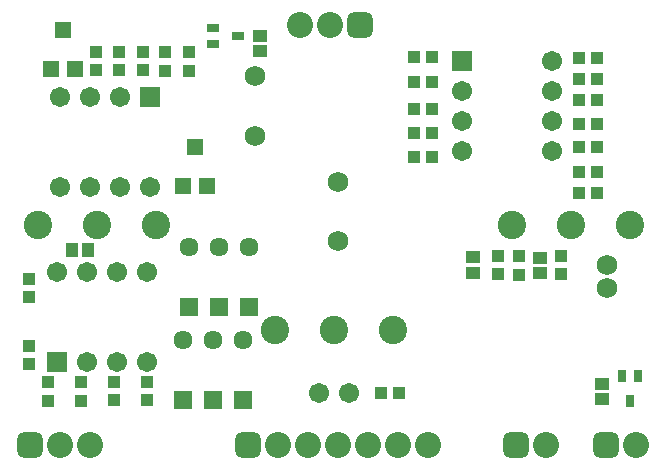
<source format=gts>
G04*
G04 #@! TF.GenerationSoftware,Altium Limited,Altium Designer,19.0.10 (269)*
G04*
G04 Layer_Color=8388736*
%FSLAX25Y25*%
%MOIN*%
G70*
G01*
G75*
%ADD24R,0.04540X0.04147*%
%ADD25R,0.03950X0.02572*%
%ADD26R,0.02572X0.03950*%
%ADD27R,0.04343X0.04737*%
%ADD28R,0.05524X0.05524*%
%ADD29R,0.04147X0.04147*%
%ADD30R,0.04147X0.04147*%
%ADD31R,0.04737X0.04343*%
%ADD32C,0.09461*%
%ADD33R,0.06343X0.06343*%
%ADD34C,0.06343*%
%ADD35C,0.06706*%
%ADD36C,0.08674*%
G04:AMPARAMS|DCode=37|XSize=86.74mil|YSize=86.74mil|CornerRadius=23.68mil|HoleSize=0mil|Usage=FLASHONLY|Rotation=0.000|XOffset=0mil|YOffset=0mil|HoleType=Round|Shape=RoundedRectangle|*
%AMROUNDEDRECTD37*
21,1,0.08674,0.03937,0,0,0.0*
21,1,0.03937,0.08674,0,0,0.0*
1,1,0.04737,0.01968,-0.01968*
1,1,0.04737,-0.01968,-0.01968*
1,1,0.04737,-0.01968,0.01968*
1,1,0.04737,0.01968,0.01968*
%
%ADD37ROUNDEDRECTD37*%
%ADD38C,0.06800*%
%ADD39R,0.06706X0.06706*%
%ADD40R,0.06706X0.06706*%
D24*
X81600Y-13361D02*
D03*
Y-8439D02*
D03*
X195668Y-124539D02*
D03*
Y-129461D02*
D03*
D25*
X66066Y-5941D02*
D03*
Y-11059D02*
D03*
X74334Y-8500D02*
D03*
D26*
X204935Y-130134D02*
D03*
X202376Y-121866D02*
D03*
X207494D02*
D03*
D27*
X18843Y-79900D02*
D03*
X24158D02*
D03*
D28*
X60000Y-45602D02*
D03*
X63937Y-58398D02*
D03*
X56063D02*
D03*
X16000Y-6602D02*
D03*
X19937Y-19398D02*
D03*
X12063D02*
D03*
D29*
X161000Y-81898D02*
D03*
Y-88000D02*
D03*
X168000Y-81949D02*
D03*
Y-88051D02*
D03*
X182000Y-88000D02*
D03*
Y-81898D02*
D03*
X22000Y-123949D02*
D03*
Y-130051D02*
D03*
X32800Y-130003D02*
D03*
Y-123900D02*
D03*
X43800D02*
D03*
Y-130003D02*
D03*
X4700Y-89400D02*
D03*
Y-95502D02*
D03*
X11000Y-123949D02*
D03*
Y-130051D02*
D03*
X4500Y-111749D02*
D03*
Y-117851D02*
D03*
X50000Y-20051D02*
D03*
Y-13949D02*
D03*
X34500Y-19949D02*
D03*
Y-13847D02*
D03*
X27000Y-20000D02*
D03*
Y-13898D02*
D03*
X42500Y-13847D02*
D03*
Y-19949D02*
D03*
X58000Y-20051D02*
D03*
Y-13949D02*
D03*
D30*
X194051Y-45602D02*
D03*
X187949D02*
D03*
Y-38000D02*
D03*
X194051D02*
D03*
X187949Y-16000D02*
D03*
X194051D02*
D03*
Y-30000D02*
D03*
X187949D02*
D03*
X194051Y-23000D02*
D03*
X187949D02*
D03*
Y-53902D02*
D03*
X194051D02*
D03*
X187949Y-61000D02*
D03*
X194051D02*
D03*
X132949Y-15600D02*
D03*
X139051D02*
D03*
X139000Y-24000D02*
D03*
X132898D02*
D03*
X139000Y-33000D02*
D03*
X132898D02*
D03*
Y-41000D02*
D03*
X139000D02*
D03*
X132898Y-49000D02*
D03*
X139000D02*
D03*
X128051Y-127500D02*
D03*
X121949D02*
D03*
D31*
X175000Y-82342D02*
D03*
Y-87657D02*
D03*
X152500Y-87420D02*
D03*
Y-82105D02*
D03*
D32*
X165565Y-71400D02*
D03*
X185250D02*
D03*
X204935D02*
D03*
X125935Y-106400D02*
D03*
X106250D02*
D03*
X86565D02*
D03*
X7565Y-71400D02*
D03*
X27250D02*
D03*
X46935D02*
D03*
D33*
X58000Y-99000D02*
D03*
X68000D02*
D03*
X78000D02*
D03*
X55898Y-130000D02*
D03*
X66000D02*
D03*
X76000D02*
D03*
D34*
X58000Y-79000D02*
D03*
X68000D02*
D03*
X78000D02*
D03*
X55898Y-110000D02*
D03*
X66000D02*
D03*
X76000D02*
D03*
D35*
X111250Y-127500D02*
D03*
X101250Y-127500D02*
D03*
X44100Y-87100D02*
D03*
X34100D02*
D03*
X24100D02*
D03*
X14100D02*
D03*
X44100Y-117100D02*
D03*
X34100D02*
D03*
X24100D02*
D03*
X179000Y-47000D02*
D03*
Y-37000D02*
D03*
Y-27000D02*
D03*
Y-17000D02*
D03*
X149000Y-47000D02*
D03*
Y-37000D02*
D03*
Y-27000D02*
D03*
X15000Y-59000D02*
D03*
X25000D02*
D03*
X35000D02*
D03*
X45000D02*
D03*
X15000Y-29000D02*
D03*
X25000D02*
D03*
X35000D02*
D03*
D36*
X25000Y-145000D02*
D03*
X15000D02*
D03*
X87500D02*
D03*
X97500D02*
D03*
X107500D02*
D03*
X117500D02*
D03*
X127500D02*
D03*
X137500D02*
D03*
X177000D02*
D03*
X207000D02*
D03*
X105000Y-5000D02*
D03*
X95000D02*
D03*
D37*
X5000Y-145000D02*
D03*
X77500D02*
D03*
X167000D02*
D03*
X197000D02*
D03*
X115000Y-5000D02*
D03*
D38*
X80000Y-41685D02*
D03*
Y-22000D02*
D03*
X107500Y-57315D02*
D03*
Y-77000D02*
D03*
X197200Y-92637D02*
D03*
Y-84763D02*
D03*
D39*
X14100Y-117100D02*
D03*
X45000Y-29000D02*
D03*
D40*
X149000Y-17000D02*
D03*
M02*

</source>
